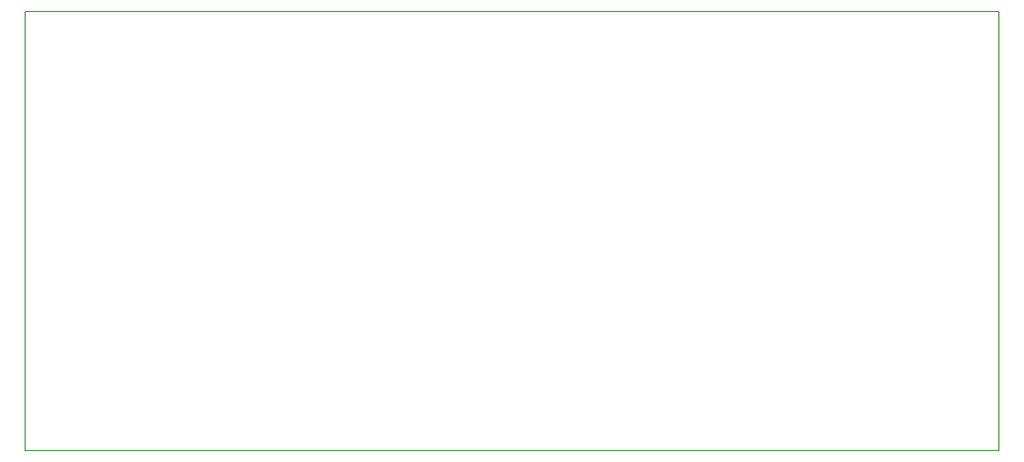
<source format=gbo>
G04 MADE WITH FRITZING*
G04 WWW.FRITZING.ORG*
G04 DOUBLE SIDED*
G04 HOLES PLATED*
G04 CONTOUR ON CENTER OF CONTOUR VECTOR*
%ASAXBY*%
%FSLAX23Y23*%
%MOIN*%
%OFA0B0*%
%SFA1.0B1.0*%
%ADD10R,5.953080X2.685530X5.937080X2.669530*%
%ADD11C,0.008000*%
%LNSILK0*%
G90*
G70*
G54D11*
X4Y2682D02*
X5949Y2682D01*
X5949Y4D01*
X4Y4D01*
X4Y2682D01*
D02*
G04 End of Silk0*
M02*
</source>
